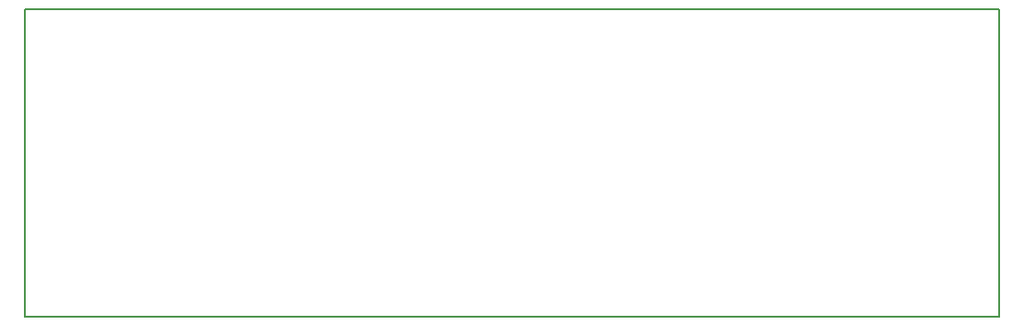
<source format=gm1>
G04 #@! TF.GenerationSoftware,KiCad,Pcbnew,6.0.5-a6ca702e91~116~ubuntu20.04.1*
G04 #@! TF.CreationDate,2022-06-19T16:15:55+02:00*
G04 #@! TF.ProjectId,PCF8574,50434638-3537-4342-9e6b-696361645f70,1.0*
G04 #@! TF.SameCoordinates,Original*
G04 #@! TF.FileFunction,Profile,NP*
%FSLAX46Y46*%
G04 Gerber Fmt 4.6, Leading zero omitted, Abs format (unit mm)*
G04 Created by KiCad (PCBNEW 6.0.5-a6ca702e91~116~ubuntu20.04.1) date 2022-06-19 16:15:55*
%MOMM*%
%LPD*%
G01*
G04 APERTURE LIST*
G04 #@! TA.AperFunction,Profile*
%ADD10C,0.150000*%
G04 #@! TD*
G04 APERTURE END LIST*
D10*
X59740800Y-91008200D02*
X59740800Y-119300000D01*
X149275800Y-91008200D02*
X59740800Y-91008200D01*
X59740800Y-119300000D02*
X149275800Y-119300000D01*
X149275800Y-119300000D02*
X149275800Y-91008200D01*
M02*

</source>
